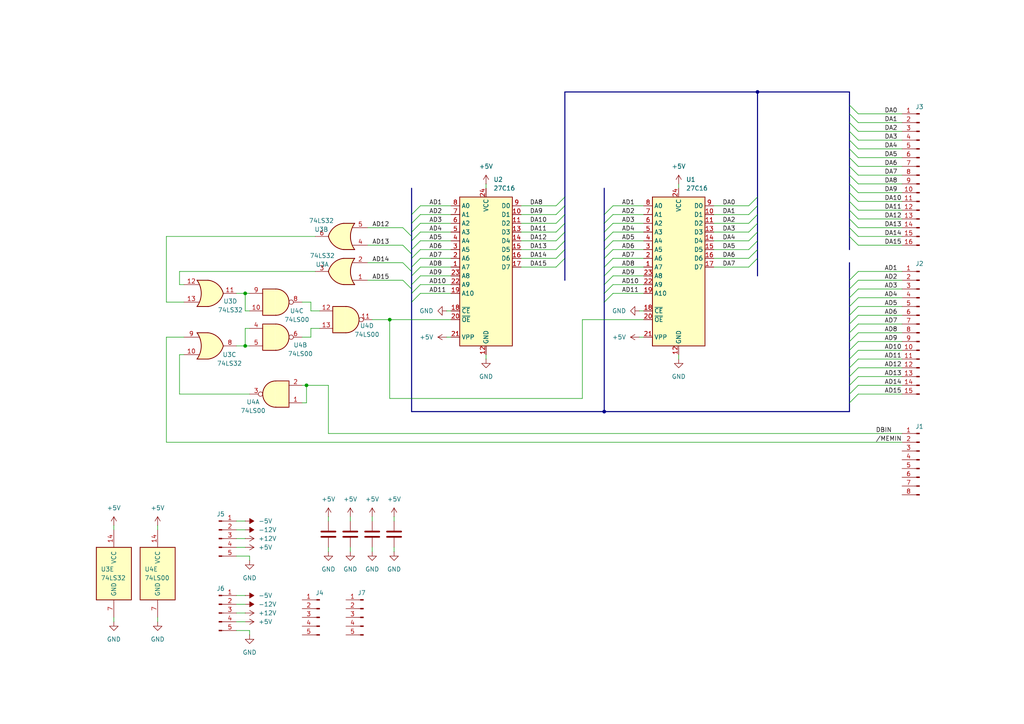
<source format=kicad_sch>
(kicad_sch (version 20250114) (generator "eeschema") (generator_version "9.0")
  (paper "A4")
  (lib_symbols
    (symbol "74xx:74LS00" (pin_names (offset 1.016))
      (property "Reference" "U" (at 0 1.27 0))
      (property "Value" "74LS00" (at 0 -1.27 0))
      (symbol "74LS00_1_1"
        (pin input line (at -7.62 2.54 0) (length 3.81) (name "~") (number "1"))
        (pin input line (at -7.62 -2.54 0) (length 3.81) (name "~") (number "2"))
        (pin output inverted (at 7.62 0 180) (length 3.81) (name "~") (number "3"))
      )
      (symbol "74LS00_1_2"
        (pin input inverted (at -7.62 2.54 0) (length 4.318) (name "~") (number "1"))
        (pin input inverted (at -7.62 -2.54 0) (length 4.318) (name "~") (number "2"))
        (pin output line (at 7.62 0 180) (length 3.81) (name "~") (number "3"))
      )
      (symbol "74LS00_2_1"
        (pin input line (at -7.62 2.54 0) (length 3.81) (name "~") (number "4"))
        (pin input line (at -7.62 -2.54 0) (length 3.81) (name "~") (number "5"))
        (pin output inverted (at 7.62 0 180) (length 3.81) (name "~") (number "6"))
      )
      (symbol "74LS00_2_2"
        (pin input inverted (at -7.62 2.54 0) (length 4.318) (name "~") (number "4"))
        (pin input inverted (at -7.62 -2.54 0) (length 4.318) (name "~") (number "5"))
        (pin output line (at 7.62 0 180) (length 3.81) (name "~") (number "6"))
      )
      (symbol "74LS00_3_1"
        (pin input line (at -7.62 2.54 0) (length 3.81) (name "~") (number "9"))
        (pin input line (at -7.62 -2.54 0) (length 3.81) (name "~") (number "10"))
        (pin output inverted (at 7.62 0 180) (length 3.81) (name "~") (number "8"))
      )
      (symbol "74LS00_3_2"
        (pin input inverted (at -7.62 2.54 0) (length 4.318) (name "~") (number "9"))
        (pin input inverted (at -7.62 -2.54 0) (length 4.318) (name "~") (number "10"))
        (pin output line (at 7.62 0 180) (length 3.81) (name "~") (number "8"))
      )
      (symbol "74LS00_4_1"
        (pin input line (at -7.62 2.54 0) (length 3.81) (name "~") (number "12"))
        (pin input line (at -7.62 -2.54 0) (length 3.81) (name "~") (number "13"))
        (pin output inverted (at 7.62 0 180) (length 3.81) (name "~") (number "11"))
      )
      (symbol "74LS00_4_2"
        (pin input inverted (at -7.62 2.54 0) (length 4.318) (name "~") (number "12"))
        (pin input inverted (at -7.62 -2.54 0) (length 4.318) (name "~") (number "13"))
        (pin output line (at 7.62 0 180) (length 3.81) (name "~") (number "11"))
      )
      (symbol "74LS00_5_0"
        (pin power_in line (at 0 12.7 270) (length 5.08) (name "VCC") (number "14"))
        (pin power_in line (at 0 -12.7 90) (length 5.08) (name "GND") (number "7"))
      )
    )
    (symbol "74xx:74LS32" (pin_names (offset 1.016))
      (property "Reference" "U" (at 0 1.27 0))
      (property "Value" "74LS32" (at 0 -1.27 0))
      (symbol "74LS32_1_1"
        (pin input line (at -7.62 2.54 0) (length 4.318) (name "~") (number "1"))
        (pin input line (at -7.62 -2.54 0) (length 4.318) (name "~") (number "2"))
        (pin output line (at 7.62 0 180) (length 3.81) (name "~") (number "3"))
      )
      (symbol "74LS32_1_2"
        (pin input inverted (at -7.62 2.54 0) (length 3.81) (name "~") (number "1"))
        (pin input inverted (at -7.62 -2.54 0) (length 3.81) (name "~") (number "2"))
        (pin output inverted (at 7.62 0 180) (length 3.81) (name "~") (number "3"))
      )
      (symbol "74LS32_2_1"
        (pin input line (at -7.62 2.54 0) (length 4.318) (name "~") (number "4"))
        (pin input line (at -7.62 -2.54 0) (length 4.318) (name "~") (number "5"))
        (pin output line (at 7.62 0 180) (length 3.81) (name "~") (number "6"))
      )
      (symbol "74LS32_2_2"
        (pin input inverted (at -7.62 2.54 0) (length 3.81) (name "~") (number "4"))
        (pin input inverted (at -7.62 -2.54 0) (length 3.81) (name "~") (number "5"))
        (pin output inverted (at 7.62 0 180) (length 3.81) (name "~") (number "6"))
      )
      (symbol "74LS32_3_1"
        (pin input line (at -7.62 2.54 0) (length 4.318) (name "~") (number "9"))
        (pin input line (at -7.62 -2.54 0) (length 4.318) (name "~") (number "10"))
        (pin output line (at 7.62 0 180) (length 3.81) (name "~") (number "8"))
      )
      (symbol "74LS32_3_2"
        (pin input inverted (at -7.62 2.54 0) (length 3.81) (name "~") (number "9"))
        (pin input inverted (at -7.62 -2.54 0) (length 3.81) (name "~") (number "10"))
        (pin output inverted (at 7.62 0 180) (length 3.81) (name "~") (number "8"))
      )
      (symbol "74LS32_4_1"
        (pin input line (at -7.62 2.54 0) (length 4.318) (name "~") (number "12"))
        (pin input line (at -7.62 -2.54 0) (length 4.318) (name "~") (number "13"))
        (pin output line (at 7.62 0 180) (length 3.81) (name "~") (number "11"))
      )
      (symbol "74LS32_4_2"
        (pin input inverted (at -7.62 2.54 0) (length 3.81) (name "~") (number "12"))
        (pin input inverted (at -7.62 -2.54 0) (length 3.81) (name "~") (number "13"))
        (pin output inverted (at 7.62 0 180) (length 3.81) (name "~") (number "11"))
      )
      (symbol "74LS32_5_0"
        (pin power_in line (at 0 12.7 270) (length 5.08) (name "VCC") (number "14"))
        (pin power_in line (at 0 -12.7 90) (length 5.08) (name "GND") (number "7"))
      )
    )
    (symbol "Connector:Conn_01x05_Pin" (pin_names (offset 1.016) (hide yes))
      (property "Reference" "J" (at 0 7.62 0))
      (property "Value" "Conn_01x05_Pin" (at 0 -7.62 0))
      (symbol "Conn_01x05_Pin_1_1"
        (pin passive line (at 5.08 5.08 180) (length 3.81) (name "Pin_1") (number "1"))
        (pin passive line (at 5.08 2.54 180) (length 3.81) (name "Pin_2") (number "2"))
        (pin passive line (at 5.08 0 180) (length 3.81) (name "Pin_3") (number "3"))
        (pin passive line (at 5.08 -2.54 180) (length 3.81) (name "Pin_4") (number "4"))
        (pin passive line (at 5.08 -5.08 180) (length 3.81) (name "Pin_5") (number "5"))
      )
    )
    (symbol "Connector:Conn_01x08_Pin" (pin_names (offset 1.016) (hide yes))
      (property "Reference" "J" (at 0 10.16 0))
      (property "Value" "Conn_01x08_Pin" (at 0 -12.7 0))
      (symbol "Conn_01x08_Pin_1_1"
        (pin passive line (at 5.08 7.62 180) (length 3.81) (name "Pin_1") (number "1"))
        (pin passive line (at 5.08 5.08 180) (length 3.81) (name "Pin_2") (number "2"))
        (pin passive line (at 5.08 2.54 180) (length 3.81) (name "Pin_3") (number "3"))
        (pin passive line (at 5.08 0 180) (length 3.81) (name "Pin_4") (number "4"))
        (pin passive line (at 5.08 -2.54 180) (length 3.81) (name "Pin_5") (number "5"))
        (pin passive line (at 5.08 -5.08 180) (length 3.81) (name "Pin_6") (number "6"))
        (pin passive line (at 5.08 -7.62 180) (length 3.81) (name "Pin_7") (number "7"))
        (pin passive line (at 5.08 -10.16 180) (length 3.81) (name "Pin_8") (number "8"))
      )
    )
    (symbol "Connector:Conn_01x15_Pin" (pin_names (offset 1.016) (hide yes))
      (property "Reference" "J" (at 0 20.32 0))
      (property "Value" "Conn_01x15_Pin" (at 0 -20.32 0))
      (symbol "Conn_01x15_Pin_1_1"
        (pin passive line (at 5.08 17.78 180) (length 3.81) (name "Pin_1") (number "1"))
        (pin passive line (at 5.08 15.24 180) (length 3.81) (name "Pin_2") (number "2"))
        (pin passive line (at 5.08 12.7 180) (length 3.81) (name "Pin_3") (number "3"))
        (pin passive line (at 5.08 10.16 180) (length 3.81) (name "Pin_4") (number "4"))
        (pin passive line (at 5.08 7.62 180) (length 3.81) (name "Pin_5") (number "5"))
        (pin passive line (at 5.08 5.08 180) (length 3.81) (name "Pin_6") (number "6"))
        (pin passive line (at 5.08 2.54 180) (length 3.81) (name "Pin_7") (number "7"))
        (pin passive line (at 5.08 0 180) (length 3.81) (name "Pin_8") (number "8"))
        (pin passive line (at 5.08 -2.54 180) (length 3.81) (name "Pin_9") (number "9"))
        (pin passive line (at 5.08 -5.08 180) (length 3.81) (name "Pin_10") (number "10"))
        (pin passive line (at 5.08 -7.62 180) (length 3.81) (name "Pin_11") (number "11"))
        (pin passive line (at 5.08 -10.16 180) (length 3.81) (name "Pin_12") (number "12"))
        (pin passive line (at 5.08 -12.7 180) (length 3.81) (name "Pin_13") (number "13"))
        (pin passive line (at 5.08 -15.24 180) (length 3.81) (name "Pin_14") (number "14"))
        (pin passive line (at 5.08 -17.78 180) (length 3.81) (name "Pin_15") (number "15"))
      )
    )
    (symbol "Connector:Conn_01x16_Pin" (pin_names (offset 1.016) (hide yes))
      (property "Reference" "J" (at 0 20.32 0))
      (property "Value" "Conn_01x16_Pin" (at 0 -22.86 0))
      (symbol "Conn_01x16_Pin_1_1"
        (pin passive line (at 5.08 17.78 180) (length 3.81) (name "Pin_1") (number "1"))
        (pin passive line (at 5.08 15.24 180) (length 3.81) (name "Pin_2") (number "2"))
        (pin passive line (at 5.08 12.7 180) (length 3.81) (name "Pin_3") (number "3"))
        (pin passive line (at 5.08 10.16 180) (length 3.81) (name "Pin_4") (number "4"))
        (pin passive line (at 5.08 7.62 180) (length 3.81) (name "Pin_5") (number "5"))
        (pin passive line (at 5.08 5.08 180) (length 3.81) (name "Pin_6") (number "6"))
        (pin passive line (at 5.08 2.54 180) (length 3.81) (name "Pin_7") (number "7"))
        (pin passive line (at 5.08 0 180) (length 3.81) (name "Pin_8") (number "8"))
        (pin passive line (at 5.08 -2.54 180) (length 3.81) (name "Pin_9") (number "9"))
        (pin passive line (at 5.08 -5.08 180) (length 3.81) (name "Pin_10") (number "10"))
        (pin passive line (at 5.08 -7.62 180) (length 3.81) (name "Pin_11") (number "11"))
        (pin passive line (at 5.08 -10.16 180) (length 3.81) (name "Pin_12") (number "12"))
        (pin passive line (at 5.08 -12.7 180) (length 3.81) (name "Pin_13") (number "13"))
        (pin passive line (at 5.08 -15.24 180) (length 3.81) (name "Pin_14") (number "14"))
        (pin passive line (at 5.08 -17.78 180) (length 3.81) (name "Pin_15") (number "15"))
        (pin passive line (at 5.08 -20.32 180) (length 3.81) (name "Pin_16") (number "16"))
      )
    )
    (symbol "Device:C" (pin_numbers (hide yes)) (pin_names (offset 0.254))
      (property "Reference" "C" (at 0.635 2.54 0))
      (property "Value" "C" (at 0.635 -2.54 0))
      (symbol "C_1_1"
        (pin passive line (at 0 3.81 270) (length 2.794) (name "~") (number "1"))
        (pin passive line (at 0 -3.81 90) (length 2.794) (name "~") (number "2"))
      )
    )
    (symbol "User:27C16"
      (property "Reference" "U" (at -7.62 24.13 0))
      (property "Value" "27C16" (at 2.032 -21.59 0))
      (symbol "27C16_1_1"
        (pin input line (at -10.16 20.32 0) (length 2.54) (name "A0") (number "8"))
        (pin input line (at -10.16 17.78 0) (length 2.54) (name "A1") (number "7"))
        (pin input line (at -10.16 15.24 0) (length 2.54) (name "A2") (number "6"))
        (pin input line (at -10.16 12.7 0) (length 2.54) (name "A3") (number "5"))
        (pin input line (at -10.16 10.16 0) (length 2.54) (name "A4") (number "4"))
        (pin input line (at -10.16 7.62 0) (length 2.54) (name "A5") (number "3"))
        (pin input line (at -10.16 5.08 0) (length 2.54) (name "A6") (number "2"))
        (pin input line (at -10.16 2.54 0) (length 2.54) (name "A7") (number "1"))
        (pin input line (at -10.16 0 0) (length 2.54) (name "A8") (number "23"))
        (pin input line (at -10.16 -2.54 0) (length 2.54) (name "A9") (number "22"))
        (pin input line (at -10.16 -5.08 0) (length 2.54) (name "A10") (number "19"))
        (pin input line (at -10.16 -10.16 0) (length 2.54) (name "~{CE}") (number "18"))
        (pin input line (at -10.16 -12.7 0) (length 2.54) (name "~{OE}") (number "20"))
        (pin input line (at -10.16 -17.78 0) (length 2.54) (name "VPP") (number "21"))
        (pin power_in line (at 0 25.4 270) (length 2.54) (name "VCC") (number "24"))
        (pin input line (at 0 -22.86 90) (length 2.54) (name "GND") (number "12"))
        (pin output line (at 10.16 20.32 180) (length 2.54) (name "D0") (number "9"))
        (pin output line (at 10.16 17.78 180) (length 2.54) (name "D1") (number "10"))
        (pin output line (at 10.16 15.24 180) (length 2.54) (name "D2") (number "11"))
        (pin output line (at 10.16 12.7 180) (length 2.54) (name "D3") (number "13"))
        (pin output line (at 10.16 10.16 180) (length 2.54) (name "D4") (number "14"))
        (pin output line (at 10.16 7.62 180) (length 2.54) (name "D5") (number "15"))
        (pin output line (at 10.16 5.08 180) (length 2.54) (name "D6") (number "16"))
        (pin output line (at 10.16 2.54 180) (length 2.54) (name "D7") (number "17"))
      )
    )
    (symbol "power:+12V" (power) (pin_numbers (hide yes)) (pin_names (offset 0) (hide yes))
      (property "Value" "+12V" (at 0 3.556 0))
      (symbol "+12V_1_1"
        (pin power_in line (at 0 0 90) (length 0) (name "~") (number "1"))
      )
    )
    (symbol "power:+5V" (power) (pin_numbers (hide yes)) (pin_names (offset 0) (hide yes))
      (property "Value" "+5V" (at 0 3.556 0))
      (symbol "+5V_1_1"
        (pin power_in line (at 0 0 90) (length 0) (name "~") (number "1"))
      )
    )
    (symbol "power:-12V" (power) (pin_numbers (hide yes)) (pin_names (offset 0) (hide yes))
      (property "Value" "-12V" (at 0 3.556 0))
      (symbol "-12V_0_0"
        (pin power_in line (at 0 0 90) (length 0) (name "~") (number "1"))
      )
    )
    (symbol "power:-5V" (power) (pin_numbers (hide yes)) (pin_names (offset 0) (hide yes))
      (property "Value" "-5V" (at 0 3.556 0))
      (symbol "-5V_0_0"
        (pin power_in line (at 0 0 90) (length 0) (name "~") (number "1"))
      )
    )
    (symbol "power:GND" (power) (pin_numbers (hide yes)) (pin_names (offset 0) (hide yes))
      (property "Value" "GND" (at 0 -3.81 0))
      (symbol "GND_1_1"
        (pin power_in line (at 0 0 270) (length 0) (name "~") (number "1"))
      )
    )
  )
  (junction (at 175.26 119.38))
  (junction (at 113.03 92.71))
  (junction (at 88.9 111.76))
  (junction (at 71.12 85.09))
  (junction (at 219.71 26.67))
  (junction (at 71.12 100.33))
  (bus_entry (at 246.38 43.18) (size 2.54 2.54))
  (bus_entry (at 246.38 81.28) (size 2.54 -2.54))
  (bus_entry (at 121.92 85.09) (size -2.54 2.54))
  (bus_entry (at 121.92 67.31) (size -2.54 2.54))
  (bus_entry (at 246.38 83.82) (size 2.54 -2.54))
  (bus_entry (at 121.92 74.93) (size -2.54 2.54))
  (bus_entry (at 177.8 69.85) (size -2.54 2.54))
  (bus_entry (at 217.17 69.85) (size 2.54 -2.54))
  (bus_entry (at 246.38 35.56) (size 2.54 2.54))
  (bus_entry (at 121.92 64.77) (size -2.54 2.54))
  (bus_entry (at 177.8 85.09) (size -2.54 2.54))
  (bus_entry (at 246.38 33.02) (size 2.54 2.54))
  (bus_entry (at 217.17 67.31) (size 2.54 -2.54))
  (bus_entry (at 116.84 66.04) (size 2.54 2.54))
  (bus_entry (at 246.38 96.52) (size 2.54 -2.54))
  (bus_entry (at 121.92 80.01) (size -2.54 2.54))
  (bus_entry (at 217.17 64.77) (size 2.54 -2.54))
  (bus_entry (at 177.8 67.31) (size -2.54 2.54))
  (bus_entry (at 217.17 74.93) (size 2.54 -2.54))
  (bus_entry (at 177.8 82.55) (size -2.54 2.54))
  (bus_entry (at 246.38 68.58) (size 2.54 2.54))
  (bus_entry (at 217.17 77.47) (size 2.54 -2.54))
  (bus_entry (at 161.29 72.39) (size 2.54 -2.54))
  (bus_entry (at 121.92 62.23) (size -2.54 2.54))
  (bus_entry (at 217.17 72.39) (size 2.54 -2.54))
  (bus_entry (at 177.8 74.93) (size -2.54 2.54))
  (bus_entry (at 161.29 74.93) (size 2.54 -2.54))
  (bus_entry (at 246.38 99.06) (size 2.54 -2.54))
  (bus_entry (at 177.8 77.47) (size -2.54 2.54))
  (bus_entry (at 121.92 82.55) (size -2.54 2.54))
  (bus_entry (at 246.38 116.84) (size 2.54 -2.54))
  (bus_entry (at 246.38 86.36) (size 2.54 -2.54))
  (bus_entry (at 246.38 106.68) (size 2.54 -2.54))
  (bus_entry (at 177.8 72.39) (size -2.54 2.54))
  (bus_entry (at 177.8 62.23) (size -2.54 2.54))
  (bus_entry (at 246.38 101.6) (size 2.54 -2.54))
  (bus_entry (at 121.92 77.47) (size -2.54 2.54))
  (bus_entry (at 177.8 59.69) (size -2.54 2.54))
  (bus_entry (at 217.17 62.23) (size 2.54 -2.54))
  (bus_entry (at 116.84 81.28) (size 2.54 2.54))
  (bus_entry (at 217.17 59.69) (size 2.54 -2.54))
  (bus_entry (at 246.38 111.76) (size 2.54 -2.54))
  (bus_entry (at 246.38 93.98) (size 2.54 -2.54))
  (bus_entry (at 161.29 64.77) (size 2.54 -2.54))
  (bus_entry (at 246.38 48.26) (size 2.54 2.54))
  (bus_entry (at 246.38 45.72) (size 2.54 2.54))
  (bus_entry (at 161.29 59.69) (size 2.54 -2.54))
  (bus_entry (at 246.38 58.42) (size 2.54 2.54))
  (bus_entry (at 116.84 76.2) (size 2.54 2.54))
  (bus_entry (at 246.38 88.9) (size 2.54 -2.54))
  (bus_entry (at 121.92 69.85) (size -2.54 2.54))
  (bus_entry (at 161.29 77.47) (size 2.54 -2.54))
  (bus_entry (at 177.8 64.77) (size -2.54 2.54))
  (bus_entry (at 177.8 80.01) (size -2.54 2.54))
  (bus_entry (at 246.38 53.34) (size 2.54 2.54))
  (bus_entry (at 246.38 109.22) (size 2.54 -2.54))
  (bus_entry (at 246.38 60.96) (size 2.54 2.54))
  (bus_entry (at 246.38 91.44) (size 2.54 -2.54))
  (bus_entry (at 246.38 63.5) (size 2.54 2.54))
  (bus_entry (at 246.38 40.64) (size 2.54 2.54))
  (bus_entry (at 121.92 72.39) (size -2.54 2.54))
  (bus_entry (at 121.92 59.69) (size -2.54 2.54))
  (bus_entry (at 246.38 55.88) (size 2.54 2.54))
  (bus_entry (at 246.38 50.8) (size 2.54 2.54))
  (bus_entry (at 246.38 38.1) (size 2.54 2.54))
  (bus_entry (at 161.29 69.85) (size 2.54 -2.54))
  (bus_entry (at 161.29 62.23) (size 2.54 -2.54))
  (bus_entry (at 116.84 71.12) (size 2.54 2.54))
  (bus_entry (at 246.38 114.3) (size 2.54 -2.54))
  (bus_entry (at 246.38 66.04) (size 2.54 2.54))
  (bus_entry (at 246.38 30.48) (size 2.54 2.54))
  (bus_entry (at 246.38 104.14) (size 2.54 -2.54))
  (bus_entry (at 161.29 67.31) (size 2.54 -2.54))
  (bus (pts (xy 246.38 116.84) (xy 246.38 119.38)))
  (wire (pts (xy 248.92 55.88) (xy 261.62 55.88)))
  (wire (pts (xy 121.92 82.55) (xy 130.81 82.55)))
  (bus (pts (xy 246.38 93.98) (xy 246.38 96.52)))
  (wire (pts (xy 177.8 67.31) (xy 186.69 67.31)))
  (bus (pts (xy 163.83 72.39) (xy 163.83 74.93)))
  (bus (pts (xy 175.26 80.01) (xy 175.26 82.55)))
  (wire (pts (xy 68.58 85.09) (xy 71.12 85.09)))
  (wire (pts (xy 52.07 114.3) (xy 52.07 102.87)))
  (wire (pts (xy 48.26 128.27) (xy 261.62 128.27)))
  (wire (pts (xy 248.92 48.26) (xy 261.62 48.26)))
  (wire (pts (xy 33.02 152.4) (xy 33.02 153.67)))
  (bus (pts (xy 246.38 106.68) (xy 246.38 109.22)))
  (bus (pts (xy 219.71 64.77) (xy 219.71 67.31)))
  (bus (pts (xy 246.38 114.3) (xy 246.38 116.84)))
  (wire (pts (xy 248.92 114.3) (xy 261.62 114.3)))
  (bus (pts (xy 246.38 43.18) (xy 246.38 40.64)))
  (wire (pts (xy 106.68 66.04) (xy 116.84 66.04)))
  (bus (pts (xy 175.26 82.55) (xy 175.26 85.09)))
  (wire (pts (xy 52.07 102.87) (xy 53.34 102.87)))
  (wire (pts (xy 91.44 68.58) (xy 48.26 68.58)))
  (bus (pts (xy 219.71 69.85) (xy 219.71 72.39)))
  (bus (pts (xy 219.71 57.15) (xy 219.71 59.69)))
  (wire (pts (xy 68.58 100.33) (xy 71.12 100.33)))
  (bus (pts (xy 175.26 54.61) (xy 175.26 62.23)))
  (bus (pts (xy 246.38 111.76) (xy 246.38 114.3)))
  (wire (pts (xy 248.92 78.74) (xy 261.62 78.74)))
  (wire (pts (xy 177.8 74.93) (xy 186.69 74.93)))
  (wire (pts (xy 248.92 99.06) (xy 261.62 99.06)))
  (wire (pts (xy 248.92 71.12) (xy 261.62 71.12)))
  (wire (pts (xy 248.92 96.52) (xy 261.62 96.52)))
  (wire (pts (xy 151.13 64.77) (xy 161.29 64.77)))
  (bus (pts (xy 175.26 87.63) (xy 175.26 119.38)))
  (bus (pts (xy 119.38 80.01) (xy 119.38 82.55)))
  (wire (pts (xy 177.8 64.77) (xy 186.69 64.77)))
  (bus (pts (xy 246.38 91.44) (xy 246.38 93.98)))
  (wire (pts (xy 48.26 97.79) (xy 53.34 97.79)))
  (bus (pts (xy 246.38 60.96) (xy 246.38 58.42)))
  (wire (pts (xy 68.58 177.8) (xy 71.12 177.8)))
  (wire (pts (xy 248.92 109.22) (xy 261.62 109.22)))
  (wire (pts (xy 177.8 59.69) (xy 186.69 59.69)))
  (bus (pts (xy 175.26 77.47) (xy 175.26 80.01)))
  (wire (pts (xy 248.92 60.96) (xy 261.62 60.96)))
  (bus (pts (xy 246.38 55.88) (xy 246.38 53.34)))
  (wire (pts (xy 248.92 33.02) (xy 261.62 33.02)))
  (bus (pts (xy 175.26 72.39) (xy 175.26 74.93)))
  (wire (pts (xy 45.72 179.07) (xy 45.72 180.34)))
  (wire (pts (xy 207.01 67.31) (xy 217.17 67.31)))
  (wire (pts (xy 248.92 101.6) (xy 261.62 101.6)))
  (bus (pts (xy 246.38 66.04) (xy 246.38 63.5)))
  (bus (pts (xy 119.38 62.23) (xy 119.38 64.77)))
  (wire (pts (xy 106.68 81.28) (xy 116.84 81.28)))
  (wire (pts (xy 95.25 158.75) (xy 95.25 160.02)))
  (bus (pts (xy 119.38 85.09) (xy 119.38 87.63)))
  (bus (pts (xy 119.38 77.47) (xy 119.38 78.74)))
  (wire (pts (xy 129.54 90.17) (xy 130.81 90.17)))
  (bus (pts (xy 219.71 59.69) (xy 219.71 62.23)))
  (wire (pts (xy 53.34 82.55) (xy 52.07 82.55)))
  (wire (pts (xy 248.92 38.1) (xy 261.62 38.1)))
  (wire (pts (xy 71.12 95.25) (xy 72.39 95.25)))
  (wire (pts (xy 68.58 151.13) (xy 71.12 151.13)))
  (wire (pts (xy 248.92 53.34) (xy 261.62 53.34)))
  (bus (pts (xy 119.38 68.58) (xy 119.38 69.85)))
  (wire (pts (xy 88.9 111.76) (xy 87.63 111.76)))
  (wire (pts (xy 151.13 77.47) (xy 161.29 77.47)))
  (wire (pts (xy 207.01 69.85) (xy 217.17 69.85)))
  (wire (pts (xy 121.92 72.39) (xy 130.81 72.39)))
  (wire (pts (xy 248.92 91.44) (xy 261.62 91.44)))
  (wire (pts (xy 71.12 90.17) (xy 71.12 85.09)))
  (wire (pts (xy 185.42 97.79) (xy 186.69 97.79)))
  (bus (pts (xy 246.38 50.8) (xy 246.38 48.26)))
  (wire (pts (xy 248.92 45.72) (xy 261.62 45.72)))
  (bus (pts (xy 246.38 99.06) (xy 246.38 101.6)))
  (bus (pts (xy 246.38 45.72) (xy 246.38 43.18)))
  (bus (pts (xy 246.38 109.22) (xy 246.38 111.76)))
  (wire (pts (xy 151.13 67.31) (xy 161.29 67.31)))
  (wire (pts (xy 71.12 100.33) (xy 71.12 95.25)))
  (bus (pts (xy 163.83 69.85) (xy 163.83 72.39)))
  (wire (pts (xy 248.92 43.18) (xy 261.62 43.18)))
  (wire (pts (xy 121.92 85.09) (xy 130.81 85.09)))
  (bus (pts (xy 246.38 83.82) (xy 246.38 86.36)))
  (bus (pts (xy 163.83 26.67) (xy 163.83 57.15)))
  (wire (pts (xy 121.92 77.47) (xy 130.81 77.47)))
  (wire (pts (xy 72.39 162.56) (xy 72.39 161.29)))
  (wire (pts (xy 72.39 100.33) (xy 71.12 100.33)))
  (wire (pts (xy 121.92 69.85) (xy 130.81 69.85)))
  (wire (pts (xy 177.8 72.39) (xy 186.69 72.39)))
  (wire (pts (xy 248.92 111.76) (xy 261.62 111.76)))
  (bus (pts (xy 119.38 74.93) (xy 119.38 77.47)))
  (wire (pts (xy 177.8 62.23) (xy 186.69 62.23)))
  (wire (pts (xy 140.97 53.34) (xy 140.97 54.61)))
  (wire (pts (xy 72.39 182.88) (xy 68.58 182.88)))
  (wire (pts (xy 87.63 116.84) (xy 88.9 116.84)))
  (bus (pts (xy 246.38 40.64) (xy 246.38 38.1)))
  (bus (pts (xy 119.38 64.77) (xy 119.38 67.31)))
  (bus (pts (xy 119.38 72.39) (xy 119.38 73.66)))
  (wire (pts (xy 121.92 67.31) (xy 130.81 67.31)))
  (bus (pts (xy 119.38 54.61) (xy 119.38 62.23)))
  (wire (pts (xy 95.25 111.76) (xy 88.9 111.76)))
  (bus (pts (xy 219.71 26.67) (xy 246.38 26.67)))
  (bus (pts (xy 175.26 62.23) (xy 175.26 64.77)))
  (wire (pts (xy 90.17 95.25) (xy 92.71 95.25)))
  (bus (pts (xy 175.26 69.85) (xy 175.26 72.39)))
  (wire (pts (xy 207.01 74.93) (xy 217.17 74.93)))
  (bus (pts (xy 163.83 64.77) (xy 163.83 67.31)))
  (bus (pts (xy 219.71 74.93) (xy 219.71 80.01)))
  (bus (pts (xy 175.26 85.09) (xy 175.26 87.63)))
  (wire (pts (xy 95.25 149.86) (xy 95.25 151.13)))
  (wire (pts (xy 207.01 72.39) (xy 217.17 72.39)))
  (bus (pts (xy 163.83 59.69) (xy 163.83 62.23)))
  (bus (pts (xy 175.26 119.38) (xy 246.38 119.38)))
  (wire (pts (xy 248.92 104.14) (xy 261.62 104.14)))
  (wire (pts (xy 248.92 63.5) (xy 261.62 63.5)))
  (wire (pts (xy 91.44 78.74) (xy 52.07 78.74)))
  (wire (pts (xy 196.85 102.87) (xy 196.85 104.14)))
  (wire (pts (xy 68.58 172.72) (xy 71.12 172.72)))
  (wire (pts (xy 248.92 68.58) (xy 261.62 68.58)))
  (wire (pts (xy 72.39 114.3) (xy 52.07 114.3)))
  (bus (pts (xy 119.38 87.63) (xy 119.38 119.38)))
  (bus (pts (xy 175.26 74.93) (xy 175.26 77.47)))
  (bus (pts (xy 119.38 78.74) (xy 119.38 80.01)))
  (bus (pts (xy 219.71 72.39) (xy 219.71 74.93)))
  (wire (pts (xy 48.26 128.27) (xy 48.26 97.79)))
  (wire (pts (xy 121.92 74.93) (xy 130.81 74.93)))
  (wire (pts (xy 185.42 90.17) (xy 186.69 90.17)))
  (wire (pts (xy 248.92 40.64) (xy 261.62 40.64)))
  (wire (pts (xy 72.39 184.15) (xy 72.39 182.88)))
  (wire (pts (xy 248.92 86.36) (xy 261.62 86.36)))
  (bus (pts (xy 163.83 62.23) (xy 163.83 64.77)))
  (bus (pts (xy 246.38 68.58) (xy 246.38 66.04)))
  (bus (pts (xy 119.38 82.55) (xy 119.38 83.82)))
  (wire (pts (xy 177.8 77.47) (xy 186.69 77.47)))
  (bus (pts (xy 246.38 30.48) (xy 246.38 26.67)))
  (wire (pts (xy 71.12 85.09) (xy 72.39 85.09)))
  (wire (pts (xy 107.95 158.75) (xy 107.95 160.02)))
  (wire (pts (xy 196.85 53.34) (xy 196.85 54.61)))
  (bus (pts (xy 119.38 67.31) (xy 119.38 68.58)))
  (wire (pts (xy 95.25 111.76) (xy 95.25 125.73)))
  (wire (pts (xy 68.58 175.26) (xy 71.12 175.26)))
  (wire (pts (xy 207.01 77.47) (xy 217.17 77.47)))
  (wire (pts (xy 151.13 72.39) (xy 161.29 72.39)))
  (wire (pts (xy 114.3 149.86) (xy 114.3 151.13)))
  (wire (pts (xy 68.58 180.34) (xy 71.12 180.34)))
  (wire (pts (xy 121.92 62.23) (xy 130.81 62.23)))
  (bus (pts (xy 163.83 74.93) (xy 163.83 81.28)))
  (bus (pts (xy 246.38 48.26) (xy 246.38 45.72)))
  (wire (pts (xy 68.58 153.67) (xy 71.12 153.67)))
  (wire (pts (xy 248.92 35.56) (xy 261.62 35.56)))
  (wire (pts (xy 45.72 152.4) (xy 45.72 153.67)))
  (bus (pts (xy 175.26 64.77) (xy 175.26 67.31)))
  (bus (pts (xy 246.38 96.52) (xy 246.38 99.06)))
  (wire (pts (xy 177.8 69.85) (xy 186.69 69.85)))
  (bus (pts (xy 219.71 67.31) (xy 219.71 69.85)))
  (bus (pts (xy 246.38 33.02) (xy 246.38 30.48)))
  (bus (pts (xy 246.38 38.1) (xy 246.38 35.56)))
  (wire (pts (xy 90.17 97.79) (xy 90.17 95.25)))
  (wire (pts (xy 248.92 88.9) (xy 261.62 88.9)))
  (wire (pts (xy 248.92 106.68) (xy 261.62 106.68)))
  (bus (pts (xy 119.38 119.38) (xy 175.26 119.38)))
  (wire (pts (xy 151.13 69.85) (xy 161.29 69.85)))
  (wire (pts (xy 248.92 58.42) (xy 261.62 58.42)))
  (wire (pts (xy 87.63 97.79) (xy 90.17 97.79)))
  (wire (pts (xy 90.17 90.17) (xy 92.71 90.17)))
  (bus (pts (xy 246.38 86.36) (xy 246.38 88.9)))
  (wire (pts (xy 106.68 76.2) (xy 116.84 76.2)))
  (wire (pts (xy 113.03 115.57) (xy 168.91 115.57)))
  (wire (pts (xy 151.13 62.23) (xy 161.29 62.23)))
  (wire (pts (xy 248.92 83.82) (xy 261.62 83.82)))
  (wire (pts (xy 101.6 149.86) (xy 101.6 151.13)))
  (bus (pts (xy 246.38 72.39) (xy 246.38 68.58)))
  (bus (pts (xy 219.71 26.67) (xy 219.71 57.15)))
  (bus (pts (xy 246.38 104.14) (xy 246.38 106.68)))
  (bus (pts (xy 246.38 76.2) (xy 246.38 81.28)))
  (wire (pts (xy 72.39 90.17) (xy 71.12 90.17)))
  (wire (pts (xy 48.26 87.63) (xy 53.34 87.63)))
  (wire (pts (xy 207.01 64.77) (xy 217.17 64.77)))
  (wire (pts (xy 52.07 78.74) (xy 52.07 82.55)))
  (wire (pts (xy 168.91 115.57) (xy 168.91 92.71)))
  (wire (pts (xy 207.01 62.23) (xy 217.17 62.23)))
  (wire (pts (xy 121.92 80.01) (xy 130.81 80.01)))
  (wire (pts (xy 72.39 161.29) (xy 68.58 161.29)))
  (bus (pts (xy 163.83 26.67) (xy 219.71 26.67)))
  (wire (pts (xy 68.58 156.21) (xy 71.12 156.21)))
  (bus (pts (xy 119.38 83.82) (xy 119.38 85.09)))
  (wire (pts (xy 248.92 93.98) (xy 261.62 93.98)))
  (wire (pts (xy 88.9 116.84) (xy 88.9 111.76)))
  (wire (pts (xy 113.03 92.71) (xy 113.03 115.57)))
  (wire (pts (xy 33.02 179.07) (xy 33.02 180.34)))
  (wire (pts (xy 207.01 59.69) (xy 217.17 59.69)))
  (wire (pts (xy 106.68 71.12) (xy 116.84 71.12)))
  (wire (pts (xy 177.8 80.01) (xy 186.69 80.01)))
  (wire (pts (xy 121.92 64.77) (xy 130.81 64.77)))
  (wire (pts (xy 95.25 125.73) (xy 261.62 125.73)))
  (wire (pts (xy 151.13 74.93) (xy 161.29 74.93)))
  (bus (pts (xy 163.83 57.15) (xy 163.83 59.69)))
  (wire (pts (xy 107.95 92.71) (xy 113.03 92.71)))
  (wire (pts (xy 248.92 50.8) (xy 261.62 50.8)))
  (bus (pts (xy 246.38 88.9) (xy 246.38 91.44)))
  (wire (pts (xy 48.26 68.58) (xy 48.26 87.63)))
  (wire (pts (xy 114.3 158.75) (xy 114.3 160.02)))
  (wire (pts (xy 101.6 158.75) (xy 101.6 160.02)))
  (bus (pts (xy 246.38 53.34) (xy 246.38 50.8)))
  (wire (pts (xy 129.54 97.79) (xy 130.81 97.79)))
  (wire (pts (xy 87.63 87.63) (xy 90.17 87.63)))
  (bus (pts (xy 163.83 67.31) (xy 163.83 69.85)))
  (wire (pts (xy 168.91 92.71) (xy 186.69 92.71)))
  (bus (pts (xy 246.38 101.6) (xy 246.38 104.14)))
  (wire (pts (xy 248.92 66.04) (xy 261.62 66.04)))
  (bus (pts (xy 219.71 62.23) (xy 219.71 64.77)))
  (wire (pts (xy 177.8 82.55) (xy 186.69 82.55)))
  (bus (pts (xy 175.26 67.31) (xy 175.26 69.85)))
  (wire (pts (xy 68.58 158.75) (xy 71.12 158.75)))
  (bus (pts (xy 246.38 58.42) (xy 246.38 55.88)))
  (wire (pts (xy 151.13 59.69) (xy 161.29 59.69)))
  (wire (pts (xy 248.92 81.28) (xy 261.62 81.28)))
  (bus (pts (xy 246.38 35.56) (xy 246.38 33.02)))
  (wire (pts (xy 140.97 102.87) (xy 140.97 104.14)))
  (bus (pts (xy 246.38 63.5) (xy 246.38 60.96)))
  (wire (pts (xy 90.17 87.63) (xy 90.17 90.17)))
  (bus (pts (xy 119.38 73.66) (xy 119.38 74.93)))
  (wire (pts (xy 130.81 92.71) (xy 113.03 92.71)))
  (wire (pts (xy 177.8 85.09) (xy 186.69 85.09)))
  (bus (pts (xy 246.38 81.28) (xy 246.38 83.82)))
  (wire (pts (xy 107.95 149.86) (xy 107.95 151.13)))
  (wire (pts (xy 121.92 59.69) (xy 130.81 59.69)))
  (bus (pts (xy 119.38 69.85) (xy 119.38 72.39)))
  (label "DA11" (at 256.54 60.96 0))
  (label "DA14" (at 256.54 68.58 0))
  (label "AD4" (at 256.54 86.36 0))
  (label "DA2" (at 256.54 38.1 0))
  (label "DA7" (at 256.54 50.8 0))
  (label "AD3" (at 180.34 64.77 0))
  (label "AD11" (at 180.34 85.09 0))
  (label "DA12" (at 256.54 63.5 0))
  (label "AD6" (at 124.46 72.39 0))
  (label "DA13" (at 256.54 66.04 0))
  (label "DA6" (at 256.54 48.26 0))
  (label "DA0" (at 209.55 59.69 0))
  (label "DA7" (at 209.55 77.47 0))
  (label "DA8" (at 256.54 53.34 0))
  (label "AD9" (at 256.54 99.06 0))
  (label "DA1" (at 209.55 62.23 0))
  (label "DA5" (at 256.54 45.72 0))
  (label "DA9" (at 153.67 62.23 0))
  (label "DA14" (at 153.67 74.93 0))
  (label "DA13" (at 153.67 72.39 0))
  (label "AD14" (at 107.95 76.2 0))
  (label "DA2" (at 209.55 64.77 0))
  (label "DA3" (at 256.54 40.64 0))
  (label "DA12" (at 153.67 69.85 0))
  (label "AD3" (at 256.54 83.82 0))
  (label "DA1" (at 256.54 35.56 0))
  (label "AD15" (at 256.54 114.3 0))
  (label "AD13" (at 256.54 109.22 0))
  (label "AD4" (at 124.46 67.31 0))
  (label "AD6" (at 256.54 91.44 0))
  (label "AD15" (at 107.95 81.28 0))
  (label "DA4" (at 209.55 69.85 0))
  (label "DA6" (at 209.55 74.93 0))
  (label "AD10" (at 180.34 82.55 0))
  (label "DA10" (at 256.54 58.42 0))
  (label "DA15" (at 256.54 71.12 0))
  (label "AD12" (at 107.95 66.04 0))
  (label "AD12" (at 256.54 106.68 0))
  (label "AD7" (at 256.54 93.98 0))
  (label "DA5" (at 209.55 72.39 0))
  (label "AD8" (at 124.46 77.47 0))
  (label "DA8" (at 153.67 59.69 0))
  (label "AD9" (at 124.46 80.01 0))
  (label "{slash}MEMIN" (at 254 128.27 0))
  (label "AD9" (at 180.34 80.01 0))
  (label "AD14" (at 256.54 111.76 0))
  (label "AD2" (at 124.46 62.23 0))
  (label "DA3" (at 209.55 67.31 0))
  (label "AD2" (at 180.34 62.23 0))
  (label "DBIN" (at 254 125.73 0))
  (label "AD4" (at 180.34 67.31 0))
  (label "AD10" (at 256.54 101.6 0))
  (label "DA15" (at 153.67 77.47 0))
  (label "AD1" (at 180.34 59.69 0))
  (label "DA9" (at 256.54 55.88 0))
  (label "AD7" (at 180.34 74.93 0))
  (label "AD5" (at 256.54 88.9 0))
  (label "AD6" (at 180.34 72.39 0))
  (label "AD7" (at 124.46 74.93 0))
  (label "AD5" (at 124.46 69.85 0))
  (label "AD11" (at 124.46 85.09 0))
  (label "AD3" (at 124.46 64.77 0))
  (label "AD8" (at 256.54 96.52 0))
  (label "AD8" (at 180.34 77.47 0))
  (label "AD11" (at 256.54 104.14 0))
  (label "AD5" (at 180.34 69.85 0))
  (label "AD10" (at 124.46 82.55 0))
  (label "DA10" (at 153.67 64.77 0))
  (label "DA0" (at 256.54 33.02 0))
  (label "DA11" (at 153.67 67.31 0))
  (label "DA4" (at 256.54 43.18 0))
  (label "AD1" (at 124.46 59.69 0))
  (label "AD1" (at 256.54 78.74 0))
  (label "AD2" (at 256.54 81.28 0))
  (label "AD13" (at 107.95 71.12 0))
  (symbol (lib_id "Connector:Conn_01x15_Pin") (at 266.7 96.52 0) (mirror y) (unit 1)
    (property "Reference" "J2" (at 266.7 76.454 0))
    (property "Value" "Conn_01x15_Pin" (effects (hide yes)))
    (property "Footprint" "Connector_PinHeader_2.54mm:PinHeader_1x15_P2.54mm_Vertical" (effects (hide yes)))
    (property "Description" "Generic connector, single row, 01x15, script generated" (effects (hide yes)))
  )
  (symbol (lib_id "power:GND") (at 129.54 90.17 270) (unit 1)
    (property "Reference" "#PWR018" (effects (hide yes)))
    (property "Value" "GND" (at 125.73 90.1699 90) (effects (justify right)))
    (property "Description" "Power symbol creates a global label with name \"GND\" , ground" (effects (hide yes)))
  )
  (symbol (lib_id "power:-5V") (at 71.12 172.72 270) (unit 1)
    (property "Reference" "#PWR05" (effects (hide yes)))
    (property "Value" "-5V" (at 74.93 172.7199 90) (effects (justify left)))
    (property "Description" "Power symbol creates a global label with name \"-5V\"" (effects (hide yes)))
  )
  (symbol (lib_id "Device:C") (at 114.3 154.94 0) (unit 1)
    (property "Reference" "C4" (effects (hide yes)))
    (property "Value" "C" (effects (hide yes)))
    (property "Footprint" "Capacitor_THT:C_Disc_D3.0mm_W1.6mm_P2.50mm" (effects (hide yes)))
    (property "Description" "Unpolarized capacitor" (effects (hide yes)))
  )
  (symbol (lib_id "Device:C") (at 107.95 154.94 0) (unit 1)
    (property "Reference" "C3" (effects (hide yes)))
    (property "Value" "C" (effects (hide yes)))
    (property "Footprint" "Capacitor_THT:C_Disc_D3.0mm_W1.6mm_P2.50mm" (effects (hide yes)))
    (property "Description" "Unpolarized capacitor" (effects (hide yes)))
  )
  (symbol (lib_id "power:+5V") (at 140.97 53.34 0) (unit 1)
    (property "Reference" "#PWR029" (effects (hide yes)))
    (property "Value" "+5V" (at 140.97 48.26 0))
    (property "Description" "Power symbol creates a global label with name \"+5V\"" (effects (hide yes)))
  )
  (symbol (lib_id "Connector:Conn_01x05_Pin") (at 92.71 179.07 0) (mirror y) (unit 1)
    (property "Reference" "J4" (at 92.71 171.958 0))
    (property "Value" "Conn_01x05_Pin" (effects (hide yes)))
    (property "Footprint" "Connector_PinHeader_2.54mm:PinHeader_1x05_P2.54mm_Vertical" (effects (hide yes)))
    (property "Description" "Generic connector, single row, 01x05, script generated" (effects (hide yes)))
  )
  (symbol (lib_id "74xx:74LS00") (at 80.01 87.63 0) (unit 3)
    (property "Reference" "U4" (at 86.106 90.17 0))
    (property "Value" "74LS00" (at 86.106 92.71 0))
    (property "Footprint" "Package_DIP:DIP-14_W7.62mm" (effects (hide yes)))
    (property "Datasheet" "http://www.ti.com/lit/gpn/sn74ls00" (effects (hide yes)))
    (property "Description" "quad 2-input NAND gate" (effects (hide yes)))
  )
  (symbol (lib_id "power:+12V") (at 71.12 156.21 270) (unit 1)
    (property "Reference" "#PWR08" (effects (hide yes)))
    (property "Value" "+12V" (at 74.93 156.2099 90) (effects (justify left)))
    (property "Description" "Power symbol creates a global label with name \"+12V\"" (effects (hide yes)))
  )
  (symbol (lib_id "Connector:Conn_01x16_Pin") (at 266.7 50.8 0) (mirror y) (unit 1)
    (property "Reference" "J3" (at 266.7 30.988 0))
    (property "Value" "Conn_01x16_Pin" (effects (hide yes)))
    (property "Footprint" "Connector_PinHeader_2.54mm:PinHeader_1x16_P2.54mm_Vertical" (effects (hide yes)))
    (property "Description" "Generic connector, single row, 01x16, script generated" (effects (hide yes)))
  )
  (symbol (lib_id "power:GND") (at 33.02 180.34 0) (unit 1)
    (property "Reference" "#PWR012" (effects (hide yes)))
    (property "Value" "GND" (at 33.02 185.42 0))
    (property "Description" "Power symbol creates a global label with name \"GND\" , ground" (effects (hide yes)))
  )
  (symbol (lib_id "74xx:74LS32") (at 60.96 85.09 0) (unit 4)
    (property "Reference" "U3" (at 66.802 87.376 0))
    (property "Value" "74LS32" (at 66.802 89.916 0))
    (property "Footprint" "Package_DIP:DIP-14_W7.62mm" (effects (hide yes)))
    (property "Datasheet" "http://www.ti.com/lit/gpn/sn74LS32" (effects (hide yes)))
    (property "Description" "Quad 2-input OR" (effects (hide yes)))
  )
  (symbol (lib_id "power:+5V") (at 107.95 149.86 0) (unit 1)
    (property "Reference" "#PWR027" (effects (hide yes)))
    (property "Value" "+5V" (at 107.95 144.78 0))
    (property "Description" "Power symbol creates a global label with name \"+5V\"" (effects (hide yes)))
  )
  (symbol (lib_id "power:+5V") (at 114.3 149.86 0) (unit 1)
    (property "Reference" "#PWR028" (effects (hide yes)))
    (property "Value" "+5V" (at 114.3 144.78 0))
    (property "Description" "Power symbol creates a global label with name \"+5V\"" (effects (hide yes)))
  )
  (symbol (lib_id "power:GND") (at 72.39 162.56 0) (unit 1)
    (property "Reference" "#PWR010" (effects (hide yes)))
    (property "Value" "GND" (at 72.39 167.64 0))
    (property "Description" "Power symbol creates a global label with name \"GND\" , ground" (effects (hide yes)))
  )
  (symbol (lib_id "power:-5V") (at 71.12 151.13 270) (unit 1)
    (property "Reference" "#PWR06" (effects (hide yes)))
    (property "Value" "-5V" (at 74.93 151.1299 90) (effects (justify left)))
    (property "Description" "Power symbol creates a global label with name \"-5V\"" (effects (hide yes)))
  )
  (symbol (lib_id "power:+5V") (at 129.54 97.79 90) (unit 1)
    (property "Reference" "#PWR019" (effects (hide yes)))
    (property "Value" "+5V" (at 125.73 97.7899 90) (effects (justify left)))
    (property "Description" "Power symbol creates a global label with name \"+5V\"" (effects (hide yes)))
  )
  (symbol (lib_id "Connector:Conn_01x05_Pin") (at 63.5 156.21 0) (unit 1)
    (property "Reference" "J5" (at 64.008 149.098 0))
    (property "Value" "Conn_01x05_Pin" (effects (hide yes)))
    (property "Footprint" "Connector_PinHeader_2.54mm:PinHeader_1x05_P2.54mm_Vertical" (effects (hide yes)))
    (property "Description" "Generic connector, single row, 01x05, script generated" (effects (hide yes)))
  )
  (symbol (lib_id "power:-12V") (at 71.12 175.26 270) (unit 1)
    (property "Reference" "#PWR04" (effects (hide yes)))
    (property "Value" "-12V" (at 74.93 175.2599 90) (effects (justify left)))
    (property "Description" "Power symbol creates a global label with name \"-12V\"" (effects (hide yes)))
  )
  (symbol (lib_id "Connector:Conn_01x08_Pin") (at 266.7 133.35 0) (mirror y) (unit 1)
    (property "Reference" "J1" (at 266.7 123.698 0))
    (property "Value" "Conn_01x08_Pin" (effects (hide yes)))
    (property "Footprint" "Connector_PinHeader_2.54mm:PinHeader_1x08_P2.54mm_Vertical" (effects (hide yes)))
    (property "Description" "Generic connector, single row, 01x08, script generated" (effects (hide yes)))
  )
  (symbol (lib_id "power:GND") (at 196.85 104.14 0) (unit 1)
    (property "Reference" "#PWR016" (effects (hide yes)))
    (property "Value" "GND" (at 196.85 109.22 0))
    (property "Description" "Power symbol creates a global label with name \"GND\" , ground" (effects (hide yes)))
  )
  (symbol (lib_id "power:+5V") (at 71.12 180.34 270) (unit 1)
    (property "Reference" "#PWR02" (effects (hide yes)))
    (property "Value" "+5V" (at 74.93 180.3399 90) (effects (justify left)))
    (property "Description" "Power symbol creates a global label with name \"+5V\"" (effects (hide yes)))
  )
  (symbol (lib_id "power:+5V") (at 95.25 149.86 0) (unit 1)
    (property "Reference" "#PWR025" (effects (hide yes)))
    (property "Value" "+5V" (at 95.25 144.78 0))
    (property "Description" "Power symbol creates a global label with name \"+5V\"" (effects (hide yes)))
  )
  (symbol (lib_id "74xx:74LS32") (at 99.06 78.74 180) (unit 1)
    (property "Reference" "U3" (at 93.472 76.708 0))
    (property "Value" "74LS32" (at 93.472 74.168 0))
    (property "Footprint" "Package_DIP:DIP-14_W7.62mm" (effects (hide yes)))
    (property "Datasheet" "http://www.ti.com/lit/gpn/sn74LS32" (effects (hide yes)))
    (property "Description" "Quad 2-input OR" (effects (hide yes)))
  )
  (symbol (lib_id "74xx:74LS00") (at 45.72 166.37 0) (unit 5)
    (property "Reference" "U4" (at 41.91 165.1 0) (effects (justify left)))
    (property "Value" "74LS00" (at 41.91 167.64 0) (effects (justify left)))
    (property "Footprint" "Package_DIP:DIP-14_W7.62mm" (effects (hide yes)))
    (property "Datasheet" "http://www.ti.com/lit/gpn/sn74ls00" (effects (hide yes)))
    (property "Description" "quad 2-input NAND gate" (effects (hide yes)))
  )
  (symbol (lib_id "power:+5V") (at 33.02 152.4 0) (unit 1)
    (property "Reference" "#PWR014" (effects (hide yes)))
    (property "Value" "+5V" (at 33.02 147.32 0))
    (property "Description" "Power symbol creates a global label with name \"+5V\"" (effects (hide yes)))
  )
  (symbol (lib_id "74xx:74LS32") (at 33.02 166.37 0) (unit 5)
    (property "Reference" "U3" (at 29.21 165.1 0) (effects (justify left)))
    (property "Value" "74LS32" (at 29.21 167.64 0) (effects (justify left)))
    (property "Footprint" "Package_DIP:DIP-14_W7.62mm" (effects (hide yes)))
    (property "Datasheet" "http://www.ti.com/lit/gpn/sn74LS32" (effects (hide yes)))
    (property "Description" "Quad 2-input OR" (effects (hide yes)))
  )
  (symbol (lib_id "74xx:74LS32") (at 99.06 68.58 180) (unit 2)
    (property "Reference" "U3" (at 93.218 66.548 0))
    (property "Value" "74LS32" (at 93.218 64.008 0))
    (property "Footprint" "Package_DIP:DIP-14_W7.62mm" (effects (hide yes)))
    (property "Datasheet" "http://www.ti.com/lit/gpn/sn74LS32" (effects (hide yes)))
    (property "Description" "Quad 2-input OR" (effects (hide yes)))
  )
  (symbol (lib_id "power:GND") (at 140.97 104.14 0) (unit 1)
    (property "Reference" "#PWR015" (effects (hide yes)))
    (property "Value" "GND" (at 140.97 109.22 0))
    (property "Description" "Power symbol creates a global label with name \"GND\" , ground" (effects (hide yes)))
  )
  (symbol (lib_id "74xx:74LS32") (at 60.96 100.33 0) (unit 3)
    (property "Reference" "U3" (at 66.548 102.87 0))
    (property "Value" "74LS32" (at 66.548 105.41 0))
    (property "Footprint" "Package_DIP:DIP-14_W7.62mm" (effects (hide yes)))
    (property "Datasheet" "http://www.ti.com/lit/gpn/sn74LS32" (effects (hide yes)))
    (property "Description" "Quad 2-input OR" (effects (hide yes)))
  )
  (symbol (lib_id "Device:C") (at 95.25 154.94 0) (unit 1)
    (property "Reference" "C1" (effects (hide yes)))
    (property "Value" "C" (effects (hide yes)))
    (property "Footprint" "Capacitor_THT:C_Disc_D3.0mm_W1.6mm_P2.50mm" (effects (hide yes)))
    (property "Description" "Unpolarized capacitor" (effects (hide yes)))
  )
  (symbol (lib_id "power:GND") (at 114.3 160.02 0) (unit 1)
    (property "Reference" "#PWR024" (effects (hide yes)))
    (property "Value" "GND" (at 114.3 165.1 0))
    (property "Description" "Power symbol creates a global label with name \"GND\" , ground" (effects (hide yes)))
  )
  (symbol (lib_id "power:GND") (at 72.39 184.15 0) (unit 1)
    (property "Reference" "#PWR01" (effects (hide yes)))
    (property "Value" "GND" (at 72.39 189.23 0))
    (property "Description" "Power symbol creates a global label with name \"GND\" , ground" (effects (hide yes)))
  )
  (symbol (lib_id "power:GND") (at 45.72 180.34 0) (unit 1)
    (property "Reference" "#PWR011" (effects (hide yes)))
    (property "Value" "GND" (at 45.72 185.42 0))
    (property "Description" "Power symbol creates a global label with name \"GND\" , ground" (effects (hide yes)))
  )
  (symbol (lib_id "power:+5V") (at 185.42 97.79 90) (unit 1)
    (property "Reference" "#PWR020" (effects (hide yes)))
    (property "Value" "+5V" (at 181.61 97.7899 90) (effects (justify left)))
    (property "Description" "Power symbol creates a global label with name \"+5V\"" (effects (hide yes)))
  )
  (symbol (lib_id "power:+5V") (at 45.72 152.4 0) (unit 1)
    (property "Reference" "#PWR013" (effects (hide yes)))
    (property "Value" "+5V" (at 45.72 147.32 0))
    (property "Description" "Power symbol creates a global label with name \"+5V\"" (effects (hide yes)))
  )
  (symbol (lib_id "Connector:Conn_01x05_Pin") (at 63.5 177.8 0) (unit 1)
    (property "Reference" "J6" (at 64.008 170.688 0))
    (property "Value" "Conn_01x05_Pin" (effects (hide yes)))
    (property "Footprint" "Connector_PinHeader_2.54mm:PinHeader_1x05_P2.54mm_Vertical" (effects (hide yes)))
    (property "Description" "Generic connector, single row, 01x05, script generated" (effects (hide yes)))
  )
  (symbol (lib_id "74xx:74LS00") (at 80.01 114.3 180) (unit 1)
    (property "Reference" "U4" (at 73.406 116.586 0))
    (property "Value" "74LS00" (at 73.406 119.126 0))
    (property "Footprint" "Package_DIP:DIP-14_W7.62mm" (effects (hide yes)))
    (property "Datasheet" "http://www.ti.com/lit/gpn/sn74ls00" (effects (hide yes)))
    (property "Description" "quad 2-input NAND gate" (effects (hide yes)))
  )
  (symbol (lib_id "Device:C") (at 101.6 154.94 0) (unit 1)
    (property "Reference" "C2" (effects (hide yes)))
    (property "Value" "C" (effects (hide yes)))
    (property "Footprint" "Capacitor_THT:C_Disc_D3.0mm_W1.6mm_P2.50mm" (effects (hide yes)))
    (property "Description" "Unpolarized capacitor" (effects (hide yes)))
  )
  (symbol (lib_id "power:+5V") (at 71.12 158.75 270) (unit 1)
    (property "Reference" "#PWR09" (effects (hide yes)))
    (property "Value" "+5V" (at 74.93 158.7499 90) (effects (justify left)))
    (property "Description" "Power symbol creates a global label with name \"+5V\"" (effects (hide yes)))
  )
  (symbol (lib_id "74xx:74LS00") (at 80.01 97.79 0) (unit 2)
    (property "Reference" "U4" (at 87.122 100.076 0))
    (property "Value" "74LS00" (at 87.122 102.616 0))
    (property "Footprint" "Package_DIP:DIP-14_W7.62mm" (effects (hide yes)))
    (property "Datasheet" "http://www.ti.com/lit/gpn/sn74ls00" (effects (hide yes)))
    (property "Description" "quad 2-input NAND gate" (effects (hide yes)))
  )
  (symbol (lib_id "User:27C16") (at 140.97 80.01 0) (unit 1)
    (property "Reference" "U2" (at 143.1133 52.07 0) (effects (justify left)))
    (property "Value" "27C16" (at 143.1133 54.61 0) (effects (justify left)))
    (property "Footprint" "Package_DIP:DIP-24_W15.24mm" (effects (hide yes)))
  )
  (symbol (lib_id "74xx:74LS00") (at 100.33 92.71 0) (unit 4)
    (property "Reference" "U4" (at 106.426 94.488 0))
    (property "Value" "74LS00" (at 106.426 97.028 0))
    (property "Footprint" "Package_DIP:DIP-14_W7.62mm" (effects (hide yes)))
    (property "Datasheet" "http://www.ti.com/lit/gpn/sn74ls00" (effects (hide yes)))
    (property "Description" "quad 2-input NAND gate" (effects (hide yes)))
  )
  (symbol (lib_id "power:+12V") (at 71.12 177.8 270) (unit 1)
    (property "Reference" "#PWR03" (effects (hide yes)))
    (property "Value" "+12V" (at 74.93 177.7999 90) (effects (justify left)))
    (property "Description" "Power symbol creates a global label with name \"+12V\"" (effects (hide yes)))
  )
  (symbol (lib_id "power:+5V") (at 196.85 53.34 0) (unit 1)
    (property "Reference" "#PWR030" (effects (hide yes)))
    (property "Value" "+5V" (at 196.85 48.26 0))
    (property "Description" "Power symbol creates a global label with name \"+5V\"" (effects (hide yes)))
  )
  (symbol (lib_id "power:GND") (at 185.42 90.17 270) (unit 1)
    (property "Reference" "#PWR017" (effects (hide yes)))
    (property "Value" "GND" (at 181.61 90.1699 90) (effects (justify right)))
    (property "Description" "Power symbol creates a global label with name \"GND\" , ground" (effects (hide yes)))
  )
  (symbol (lib_id "power:-12V") (at 71.12 153.67 270) (unit 1)
    (property "Reference" "#PWR07" (effects (hide yes)))
    (property "Value" "-12V" (at 74.93 153.6699 90) (effects (justify left)))
    (property "Description" "Power symbol creates a global label with name \"-12V\"" (effects (hide yes)))
  )
  (symbol (lib_id "Connector:Conn_01x05_Pin") (at 105.41 179.07 0) (mirror y) (unit 1)
    (property "Reference" "J7" (at 104.902 171.958 0))
    (property "Value" "Conn_01x05_Pin" (effects (hide yes)))
    (property "Footprint" "Connector_PinHeader_2.54mm:PinHeader_1x05_P2.54mm_Vertical" (effects (hide yes)))
    (property "Description" "Generic connector, single row, 01x05, script generated" (effects (hide yes)))
  )
  (symbol (lib_id "power:GND") (at 107.95 160.02 0) (unit 1)
    (property "Reference" "#PWR023" (effects (hide yes)))
    (property "Value" "GND" (at 107.95 165.1 0))
    (property "Description" "Power symbol creates a global label with name \"GND\" , ground" (effects (hide yes)))
  )
  (symbol (lib_id "power:GND") (at 95.25 160.02 0) (unit 1)
    (property "Reference" "#PWR021" (effects (hide yes)))
    (property "Value" "GND" (at 95.25 165.1 0))
    (property "Description" "Power symbol creates a global label with name \"GND\" , ground" (effects (hide yes)))
  )
  (symbol (lib_id "power:GND") (at 101.6 160.02 0) (unit 1)
    (property "Reference" "#PWR022" (effects (hide yes)))
    (property "Value" "GND" (at 101.6 165.1 0))
    (property "Description" "Power symbol creates a global label with name \"GND\" , ground" (effects (hide yes)))
  )
  (symbol (lib_id "power:+5V") (at 101.6 149.86 0) (unit 1)
    (property "Reference" "#PWR026" (effects (hide yes)))
    (property "Value" "+5V" (at 101.6 144.78 0))
    (property "Description" "Power symbol creates a global label with name \"+5V\"" (effects (hide yes)))
  )
  (symbol (lib_id "User:27C16") (at 196.85 80.01 0) (unit 1)
    (property "Reference" "U1" (at 198.9933 52.07 0) (effects (justify left)))
    (property "Value" "27C16" (at 198.9933 54.61 0) (effects (justify left)))
    (property "Footprint" "Package_DIP:DIP-24_W15.24mm" (effects (hide yes)))
  )
)
</source>
